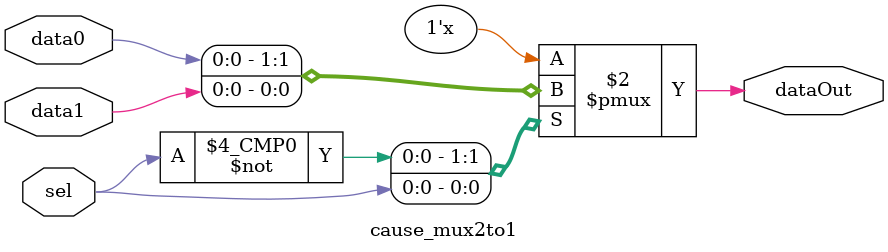
<source format=v>
`timescale 1ns / 1ps
module addr_mux2to1 (
    data0,
    data1,
    sel,
    dataOut
);

`include "parameters.v"

input [ADDRESS_BUS_WIDTH-1:0] data0;
input [ADDRESS_BUS_WIDTH-1:0] data1;
input sel;
output reg [ADDRESS_BUS_WIDTH-1:0] dataOut;

always @ (*)
begin
    case (sel) // MUX logic
        0: 
        dataOut = data0;

        1:
        dataOut = data1;
    endcase
end

    
endmodule

module data_mux2to1 (
    data0,
    data1,
    sel,
    dataOut
);

`include "parameters.v"

input [DATA_BUS_WIDTH-1:0] data0;
input [DATA_BUS_WIDTH-1:0] data1;
input sel;
output reg[DATA_BUS_WIDTH-1:0] dataOut;

always @ (*)
begin
    case (sel) // MUX logic
        0: 
        dataOut <= data0;

        1:
        dataOut <= data1;
    endcase
end
   
endmodule

module cause_mux2to1 (
    data0,
    data1,
    sel,
    dataOut
);

input data0;
input data1;
input sel;
output reg dataOut;

always @ (*)
begin
    case (sel) // MUX logic
        0: 
        dataOut <= data0;

        1:
        dataOut <= data1;
    endcase
end
   
endmodule
</source>
